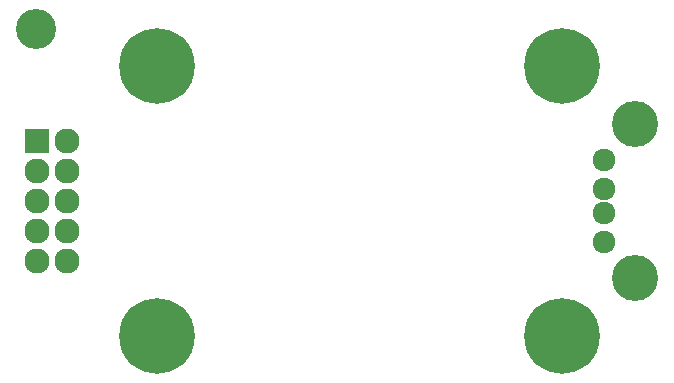
<source format=gbr>
G04 #@! TF.FileFunction,Soldermask,Bot*
%FSLAX46Y46*%
G04 Gerber Fmt 4.6, Leading zero omitted, Abs format (unit mm)*
G04 Created by KiCad (PCBNEW 4.0.5+dfsg1-4) date Wed Jul 18 12:49:48 2018*
%MOMM*%
%LPD*%
G01*
G04 APERTURE LIST*
%ADD10C,0.100000*%
%ADD11R,2.127200X2.127200*%
%ADD12O,2.127200X2.127200*%
%ADD13C,1.924000*%
%ADD14C,3.900000*%
%ADD15C,6.400000*%
%ADD16C,3.400000*%
G04 APERTURE END LIST*
D10*
D11*
X132080000Y-96520000D03*
D12*
X134620000Y-96520000D03*
X132080000Y-99060000D03*
X134620000Y-99060000D03*
X132080000Y-101600000D03*
X134620000Y-101600000D03*
X132080000Y-104140000D03*
X134620000Y-104140000D03*
X132080000Y-106680000D03*
X134620000Y-106680000D03*
D13*
X180040000Y-100600000D03*
X180040000Y-102600000D03*
X180040000Y-98100000D03*
X180040000Y-105100000D03*
D14*
X182740000Y-108100000D03*
X182740000Y-95100000D03*
D15*
X142240000Y-90170000D03*
X142240000Y-113030000D03*
X176530000Y-113030000D03*
X176530000Y-90170000D03*
D16*
X132000000Y-87000000D03*
M02*

</source>
